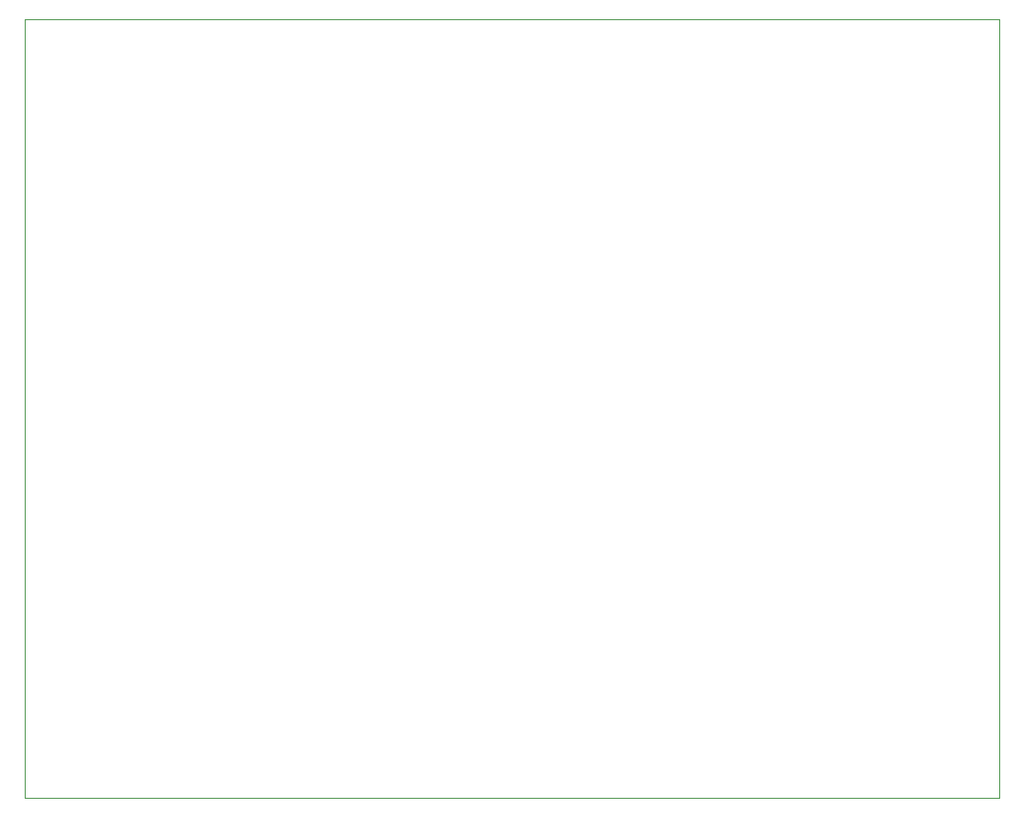
<source format=gbr>
%TF.GenerationSoftware,KiCad,Pcbnew,9.0.0*%
%TF.CreationDate,2025-04-09T12:13:31+05:30*%
%TF.ProjectId,ES lab Assignment,4553206c-6162-4204-9173-7369676e6d65,rev?*%
%TF.SameCoordinates,Original*%
%TF.FileFunction,Profile,NP*%
%FSLAX46Y46*%
G04 Gerber Fmt 4.6, Leading zero omitted, Abs format (unit mm)*
G04 Created by KiCad (PCBNEW 9.0.0) date 2025-04-09 12:13:31*
%MOMM*%
%LPD*%
G01*
G04 APERTURE LIST*
%TA.AperFunction,Profile*%
%ADD10C,0.050000*%
%TD*%
G04 APERTURE END LIST*
D10*
X89400000Y-62800000D02*
X179400000Y-62800000D01*
X179400000Y-134800000D01*
X89400000Y-134800000D01*
X89400000Y-62800000D01*
M02*

</source>
